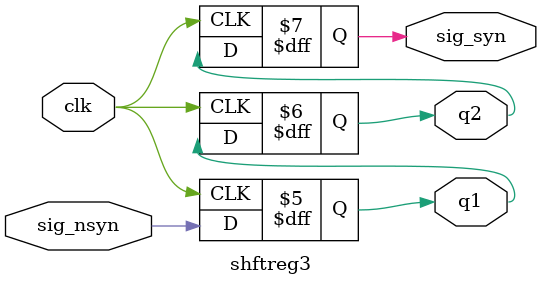
<source format=v>
`timescale 1ns / 1ps


module shftreg3(
    input sig_nsyn,
    input clk,
    output reg q1,
    output reg q2,
    output reg sig_syn
      );
    initial {q1,q2,sig_syn} = 0;
   always@(posedge clk) sig_syn<=q2;
   always@(posedge clk) q2<=q1;
   always@(posedge clk) q1<=sig_nsyn; 
endmodule

</source>
